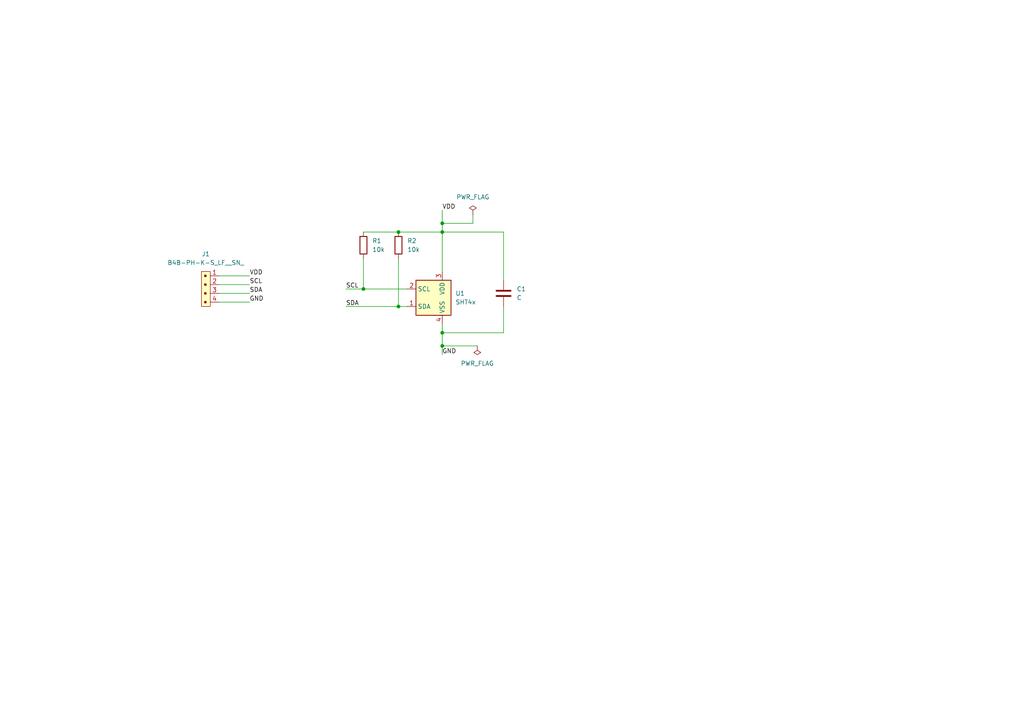
<source format=kicad_sch>
(kicad_sch
	(version 20231120)
	(generator "eeschema")
	(generator_version "8.0")
	(uuid "77dc5031-d615-4836-b2f6-0503ba399228")
	(paper "A4")
	(lib_symbols
		(symbol "Device:C"
			(pin_numbers hide)
			(pin_names
				(offset 0.254)
			)
			(exclude_from_sim no)
			(in_bom yes)
			(on_board yes)
			(property "Reference" "C"
				(at 0.635 2.54 0)
				(effects
					(font
						(size 1.27 1.27)
					)
					(justify left)
				)
			)
			(property "Value" "C"
				(at 0.635 -2.54 0)
				(effects
					(font
						(size 1.27 1.27)
					)
					(justify left)
				)
			)
			(property "Footprint" ""
				(at 0.9652 -3.81 0)
				(effects
					(font
						(size 1.27 1.27)
					)
					(hide yes)
				)
			)
			(property "Datasheet" "~"
				(at 0 0 0)
				(effects
					(font
						(size 1.27 1.27)
					)
					(hide yes)
				)
			)
			(property "Description" "Unpolarized capacitor"
				(at 0 0 0)
				(effects
					(font
						(size 1.27 1.27)
					)
					(hide yes)
				)
			)
			(property "ki_keywords" "cap capacitor"
				(at 0 0 0)
				(effects
					(font
						(size 1.27 1.27)
					)
					(hide yes)
				)
			)
			(property "ki_fp_filters" "C_*"
				(at 0 0 0)
				(effects
					(font
						(size 1.27 1.27)
					)
					(hide yes)
				)
			)
			(symbol "C_0_1"
				(polyline
					(pts
						(xy -2.032 -0.762) (xy 2.032 -0.762)
					)
					(stroke
						(width 0.508)
						(type default)
					)
					(fill
						(type none)
					)
				)
				(polyline
					(pts
						(xy -2.032 0.762) (xy 2.032 0.762)
					)
					(stroke
						(width 0.508)
						(type default)
					)
					(fill
						(type none)
					)
				)
			)
			(symbol "C_1_1"
				(pin passive line
					(at 0 3.81 270)
					(length 2.794)
					(name "~"
						(effects
							(font
								(size 1.27 1.27)
							)
						)
					)
					(number "1"
						(effects
							(font
								(size 1.27 1.27)
							)
						)
					)
				)
				(pin passive line
					(at 0 -3.81 90)
					(length 2.794)
					(name "~"
						(effects
							(font
								(size 1.27 1.27)
							)
						)
					)
					(number "2"
						(effects
							(font
								(size 1.27 1.27)
							)
						)
					)
				)
			)
		)
		(symbol "Device:R"
			(pin_numbers hide)
			(pin_names
				(offset 0)
			)
			(exclude_from_sim no)
			(in_bom yes)
			(on_board yes)
			(property "Reference" "R"
				(at 2.032 0 90)
				(effects
					(font
						(size 1.27 1.27)
					)
				)
			)
			(property "Value" "R"
				(at 0 0 90)
				(effects
					(font
						(size 1.27 1.27)
					)
				)
			)
			(property "Footprint" ""
				(at -1.778 0 90)
				(effects
					(font
						(size 1.27 1.27)
					)
					(hide yes)
				)
			)
			(property "Datasheet" "~"
				(at 0 0 0)
				(effects
					(font
						(size 1.27 1.27)
					)
					(hide yes)
				)
			)
			(property "Description" "Resistor"
				(at 0 0 0)
				(effects
					(font
						(size 1.27 1.27)
					)
					(hide yes)
				)
			)
			(property "ki_keywords" "R res resistor"
				(at 0 0 0)
				(effects
					(font
						(size 1.27 1.27)
					)
					(hide yes)
				)
			)
			(property "ki_fp_filters" "R_*"
				(at 0 0 0)
				(effects
					(font
						(size 1.27 1.27)
					)
					(hide yes)
				)
			)
			(symbol "R_0_1"
				(rectangle
					(start -1.016 -2.54)
					(end 1.016 2.54)
					(stroke
						(width 0.254)
						(type default)
					)
					(fill
						(type none)
					)
				)
			)
			(symbol "R_1_1"
				(pin passive line
					(at 0 3.81 270)
					(length 1.27)
					(name "~"
						(effects
							(font
								(size 1.27 1.27)
							)
						)
					)
					(number "1"
						(effects
							(font
								(size 1.27 1.27)
							)
						)
					)
				)
				(pin passive line
					(at 0 -3.81 90)
					(length 1.27)
					(name "~"
						(effects
							(font
								(size 1.27 1.27)
							)
						)
					)
					(number "2"
						(effects
							(font
								(size 1.27 1.27)
							)
						)
					)
				)
			)
		)
		(symbol "Sensor_Humidity:SHT4x"
			(exclude_from_sim no)
			(in_bom yes)
			(on_board yes)
			(property "Reference" "U"
				(at 0 8.89 0)
				(effects
					(font
						(size 1.27 1.27)
					)
					(justify right)
				)
			)
			(property "Value" "SHT4x"
				(at 0 6.35 0)
				(effects
					(font
						(size 1.27 1.27)
					)
					(justify right)
				)
			)
			(property "Footprint" "Sensor_Humidity:Sensirion_DFN-4_1.5x1.5mm_P0.8mm_SHT4x_NoCentralPad"
				(at 3.81 -6.35 0)
				(effects
					(font
						(size 1.27 1.27)
					)
					(justify left)
					(hide yes)
				)
			)
			(property "Datasheet" "https://sensirion.com/media/documents/33FD6951/624C4357/Datasheet_SHT4x.pdf"
				(at 3.81 -8.89 0)
				(effects
					(font
						(size 1.27 1.27)
					)
					(justify left)
					(hide yes)
				)
			)
			(property "Description" "Digital Humidity and Temperature Sensor, +/-1%RH, +/-0.1degC, I2C, 1.08-3.6V, 16bit, DFN-4"
				(at 0 0 0)
				(effects
					(font
						(size 1.27 1.27)
					)
					(hide yes)
				)
			)
			(property "ki_keywords" "Sensirion environment environmental measurement digital SHT40 SHT41 SHT45"
				(at 0 0 0)
				(effects
					(font
						(size 1.27 1.27)
					)
					(hide yes)
				)
			)
			(property "ki_fp_filters" "Sensirion?DFN*1.5x1.5mm*P0.8mm*SHT4x*"
				(at 0 0 0)
				(effects
					(font
						(size 1.27 1.27)
					)
					(hide yes)
				)
			)
			(symbol "SHT4x_1_1"
				(rectangle
					(start -5.08 5.08)
					(end 5.08 -5.08)
					(stroke
						(width 0.254)
						(type default)
					)
					(fill
						(type background)
					)
				)
				(pin bidirectional line
					(at -7.62 -2.54 0)
					(length 2.54)
					(name "SDA"
						(effects
							(font
								(size 1.27 1.27)
							)
						)
					)
					(number "1"
						(effects
							(font
								(size 1.27 1.27)
							)
						)
					)
				)
				(pin input line
					(at -7.62 2.54 0)
					(length 2.54)
					(name "SCL"
						(effects
							(font
								(size 1.27 1.27)
							)
						)
					)
					(number "2"
						(effects
							(font
								(size 1.27 1.27)
							)
						)
					)
				)
				(pin power_in line
					(at 2.54 7.62 270)
					(length 2.54)
					(name "VDD"
						(effects
							(font
								(size 1.27 1.27)
							)
						)
					)
					(number "3"
						(effects
							(font
								(size 1.27 1.27)
							)
						)
					)
				)
				(pin power_in line
					(at 2.54 -7.62 90)
					(length 2.54)
					(name "VSS"
						(effects
							(font
								(size 1.27 1.27)
							)
						)
					)
					(number "4"
						(effects
							(font
								(size 1.27 1.27)
							)
						)
					)
				)
			)
		)
		(symbol "dk_Rectangular-Connectors-Headers-Male-Pins:B4B-PH-K-S_LF__SN_"
			(pin_names
				(offset 1.016)
			)
			(exclude_from_sim no)
			(in_bom yes)
			(on_board yes)
			(property "Reference" "J"
				(at -2.54 -1.27 0)
				(effects
					(font
						(size 1.27 1.27)
					)
					(justify right)
				)
			)
			(property "Value" "B4B-PH-K-S_LF__SN_"
				(at 3.81 -3.81 0)
				(effects
					(font
						(size 1.27 1.27)
					)
				)
			)
			(property "Footprint" "digikey-footprints:PinHeader_1x4_P2mm_Drill1mm"
				(at 5.08 5.08 0)
				(effects
					(font
						(size 1.524 1.524)
					)
					(justify left)
					(hide yes)
				)
			)
			(property "Datasheet" "http://www.jst-mfg.com/product/pdf/eng/ePH.pdf"
				(at 5.08 7.62 0)
				(effects
					(font
						(size 1.524 1.524)
					)
					(justify left)
					(hide yes)
				)
			)
			(property "Description" "CONN HEADER VERT 4POS 2MM"
				(at 0 0 0)
				(effects
					(font
						(size 1.27 1.27)
					)
					(hide yes)
				)
			)
			(property "Digi-Key_PN" "455-1706-ND"
				(at 5.08 10.16 0)
				(effects
					(font
						(size 1.524 1.524)
					)
					(justify left)
					(hide yes)
				)
			)
			(property "MPN" "B4B-PH-K-S(LF)(SN)"
				(at 5.08 12.7 0)
				(effects
					(font
						(size 1.524 1.524)
					)
					(justify left)
					(hide yes)
				)
			)
			(property "Category" "Connectors, Interconnects"
				(at 5.08 15.24 0)
				(effects
					(font
						(size 1.524 1.524)
					)
					(justify left)
					(hide yes)
				)
			)
			(property "Family" "Rectangular Connectors - Headers, Male Pins"
				(at 5.08 17.78 0)
				(effects
					(font
						(size 1.524 1.524)
					)
					(justify left)
					(hide yes)
				)
			)
			(property "DK_Datasheet_Link" "http://www.jst-mfg.com/product/pdf/eng/ePH.pdf"
				(at 5.08 20.32 0)
				(effects
					(font
						(size 1.524 1.524)
					)
					(justify left)
					(hide yes)
				)
			)
			(property "DK_Detail_Page" "/product-detail/en/jst-sales-america-inc/B4B-PH-K-S(LF)(SN)/455-1706-ND/926613"
				(at 5.08 22.86 0)
				(effects
					(font
						(size 1.524 1.524)
					)
					(justify left)
					(hide yes)
				)
			)
			(property "Description_1" "CONN HEADER VERT 4POS 2MM"
				(at 5.08 25.4 0)
				(effects
					(font
						(size 1.524 1.524)
					)
					(justify left)
					(hide yes)
				)
			)
			(property "Manufacturer" "JST Sales America Inc."
				(at 5.08 27.94 0)
				(effects
					(font
						(size 1.524 1.524)
					)
					(justify left)
					(hide yes)
				)
			)
			(property "Status" "Active"
				(at 5.08 30.48 0)
				(effects
					(font
						(size 1.524 1.524)
					)
					(justify left)
					(hide yes)
				)
			)
			(property "ki_keywords" "455-1706-ND PH"
				(at 0 0 0)
				(effects
					(font
						(size 1.27 1.27)
					)
					(hide yes)
				)
			)
			(symbol "B4B-PH-K-S_LF__SN__1_1"
				(rectangle
					(start -1.27 0)
					(end 8.89 -2.54)
					(stroke
						(width 0)
						(type solid)
					)
					(fill
						(type background)
					)
				)
				(rectangle
					(start -0.254 -1.143)
					(end 0.254 -1.651)
					(stroke
						(width 0)
						(type solid)
					)
					(fill
						(type outline)
					)
				)
				(rectangle
					(start 2.286 -1.143)
					(end 2.794 -1.651)
					(stroke
						(width 0)
						(type solid)
					)
					(fill
						(type outline)
					)
				)
				(rectangle
					(start 4.826 -1.143)
					(end 5.334 -1.651)
					(stroke
						(width 0)
						(type solid)
					)
					(fill
						(type outline)
					)
				)
				(rectangle
					(start 7.366 -1.143)
					(end 7.874 -1.651)
					(stroke
						(width 0)
						(type solid)
					)
					(fill
						(type outline)
					)
				)
				(pin passive line
					(at 0 2.54 270)
					(length 2.54)
					(name "~"
						(effects
							(font
								(size 1.27 1.27)
							)
						)
					)
					(number "1"
						(effects
							(font
								(size 1.27 1.27)
							)
						)
					)
				)
				(pin passive line
					(at 2.54 2.54 270)
					(length 2.54)
					(name "~"
						(effects
							(font
								(size 1.27 1.27)
							)
						)
					)
					(number "2"
						(effects
							(font
								(size 1.27 1.27)
							)
						)
					)
				)
				(pin passive line
					(at 5.08 2.54 270)
					(length 2.54)
					(name "~"
						(effects
							(font
								(size 1.27 1.27)
							)
						)
					)
					(number "3"
						(effects
							(font
								(size 1.27 1.27)
							)
						)
					)
				)
				(pin passive line
					(at 7.62 2.54 270)
					(length 2.54)
					(name "~"
						(effects
							(font
								(size 1.27 1.27)
							)
						)
					)
					(number "4"
						(effects
							(font
								(size 1.27 1.27)
							)
						)
					)
				)
			)
		)
		(symbol "power:PWR_FLAG"
			(power)
			(pin_numbers hide)
			(pin_names
				(offset 0) hide)
			(exclude_from_sim no)
			(in_bom yes)
			(on_board yes)
			(property "Reference" "#FLG"
				(at 0 1.905 0)
				(effects
					(font
						(size 1.27 1.27)
					)
					(hide yes)
				)
			)
			(property "Value" "PWR_FLAG"
				(at 0 3.81 0)
				(effects
					(font
						(size 1.27 1.27)
					)
				)
			)
			(property "Footprint" ""
				(at 0 0 0)
				(effects
					(font
						(size 1.27 1.27)
					)
					(hide yes)
				)
			)
			(property "Datasheet" "~"
				(at 0 0 0)
				(effects
					(font
						(size 1.27 1.27)
					)
					(hide yes)
				)
			)
			(property "Description" "Special symbol for telling ERC where power comes from"
				(at 0 0 0)
				(effects
					(font
						(size 1.27 1.27)
					)
					(hide yes)
				)
			)
			(property "ki_keywords" "flag power"
				(at 0 0 0)
				(effects
					(font
						(size 1.27 1.27)
					)
					(hide yes)
				)
			)
			(symbol "PWR_FLAG_0_0"
				(pin power_out line
					(at 0 0 90)
					(length 0)
					(name "~"
						(effects
							(font
								(size 1.27 1.27)
							)
						)
					)
					(number "1"
						(effects
							(font
								(size 1.27 1.27)
							)
						)
					)
				)
			)
			(symbol "PWR_FLAG_0_1"
				(polyline
					(pts
						(xy 0 0) (xy 0 1.27) (xy -1.016 1.905) (xy 0 2.54) (xy 1.016 1.905) (xy 0 1.27)
					)
					(stroke
						(width 0)
						(type default)
					)
					(fill
						(type none)
					)
				)
			)
		)
	)
	(junction
		(at 128.27 100.33)
		(diameter 0)
		(color 0 0 0 0)
		(uuid "015a44f7-3b11-4644-b468-fdb64370abed")
	)
	(junction
		(at 128.27 96.52)
		(diameter 0)
		(color 0 0 0 0)
		(uuid "030aeb2e-42a8-4daa-8e1b-04376a730443")
	)
	(junction
		(at 128.27 67.31)
		(diameter 0)
		(color 0 0 0 0)
		(uuid "830b3746-7a07-464e-b088-3c396d9e51ba")
	)
	(junction
		(at 105.41 83.82)
		(diameter 0)
		(color 0 0 0 0)
		(uuid "98e6c0a1-9eb5-4d78-a2cc-3d1e0e074158")
	)
	(junction
		(at 128.27 64.77)
		(diameter 0)
		(color 0 0 0 0)
		(uuid "c40aa3ca-a21e-4c27-a35a-992db4149101")
	)
	(junction
		(at 115.57 67.31)
		(diameter 0)
		(color 0 0 0 0)
		(uuid "d5b8e1b1-ecf7-4552-bbd9-8a71dbe408bc")
	)
	(junction
		(at 115.57 88.9)
		(diameter 0)
		(color 0 0 0 0)
		(uuid "e449cd10-0078-48f9-95db-e4b098803580")
	)
	(wire
		(pts
			(xy 137.16 62.23) (xy 137.16 64.77)
		)
		(stroke
			(width 0)
			(type default)
		)
		(uuid "08562f46-0554-4fc0-9f31-324823883e90")
	)
	(wire
		(pts
			(xy 105.41 83.82) (xy 118.11 83.82)
		)
		(stroke
			(width 0)
			(type default)
		)
		(uuid "0da4531c-4c1f-4f00-b2cc-338c391ec752")
	)
	(wire
		(pts
			(xy 137.16 64.77) (xy 128.27 64.77)
		)
		(stroke
			(width 0)
			(type default)
		)
		(uuid "15c5f465-5ce2-4dff-b7ec-2e2ebd2e47e7")
	)
	(wire
		(pts
			(xy 63.5 85.09) (xy 72.39 85.09)
		)
		(stroke
			(width 0)
			(type default)
		)
		(uuid "1a33e501-6690-4737-a251-93a284f050c0")
	)
	(wire
		(pts
			(xy 146.05 67.31) (xy 128.27 67.31)
		)
		(stroke
			(width 0)
			(type default)
		)
		(uuid "223dd6e4-4e14-4587-b30c-4ca26511fdd6")
	)
	(wire
		(pts
			(xy 128.27 100.33) (xy 138.43 100.33)
		)
		(stroke
			(width 0)
			(type default)
		)
		(uuid "3c1b3bcb-d46d-4633-b2bd-c4f758a86c8e")
	)
	(wire
		(pts
			(xy 115.57 67.31) (xy 128.27 67.31)
		)
		(stroke
			(width 0)
			(type default)
		)
		(uuid "4910dbfc-f25f-4b3e-a194-ebc37e36db0d")
	)
	(wire
		(pts
			(xy 128.27 64.77) (xy 128.27 67.31)
		)
		(stroke
			(width 0)
			(type default)
		)
		(uuid "539c9791-8724-45db-9930-6eafe2c42261")
	)
	(wire
		(pts
			(xy 146.05 81.28) (xy 146.05 67.31)
		)
		(stroke
			(width 0)
			(type default)
		)
		(uuid "62fb1d33-68a7-4d72-9cfc-2b0fed0ee022")
	)
	(wire
		(pts
			(xy 128.27 100.33) (xy 128.27 102.87)
		)
		(stroke
			(width 0)
			(type default)
		)
		(uuid "6351dd3f-480a-45a6-9692-2d259f392b18")
	)
	(wire
		(pts
			(xy 63.5 87.63) (xy 72.39 87.63)
		)
		(stroke
			(width 0)
			(type default)
		)
		(uuid "7efbe352-1cf1-4e3d-b180-e3d98516c643")
	)
	(wire
		(pts
			(xy 115.57 74.93) (xy 115.57 88.9)
		)
		(stroke
			(width 0)
			(type default)
		)
		(uuid "7fc90a9d-ef44-4aa0-b2a9-93f6c931cffb")
	)
	(wire
		(pts
			(xy 105.41 74.93) (xy 105.41 83.82)
		)
		(stroke
			(width 0)
			(type default)
		)
		(uuid "893709cc-5afa-4643-88d5-73c3198d0dcc")
	)
	(wire
		(pts
			(xy 105.41 67.31) (xy 115.57 67.31)
		)
		(stroke
			(width 0)
			(type default)
		)
		(uuid "8b42c84a-74fd-4b1e-a3ba-1a8b7716a6fc")
	)
	(wire
		(pts
			(xy 146.05 88.9) (xy 146.05 96.52)
		)
		(stroke
			(width 0)
			(type default)
		)
		(uuid "91bb3022-87ac-424a-81e8-e4e7e8f7cd44")
	)
	(wire
		(pts
			(xy 63.5 80.01) (xy 72.39 80.01)
		)
		(stroke
			(width 0)
			(type default)
		)
		(uuid "92dc8fb3-7e60-44bb-8dd4-154dbf912efd")
	)
	(wire
		(pts
			(xy 100.33 83.82) (xy 105.41 83.82)
		)
		(stroke
			(width 0)
			(type default)
		)
		(uuid "a4c2ffb8-7c5f-4a10-a283-701f6769935d")
	)
	(wire
		(pts
			(xy 128.27 96.52) (xy 128.27 100.33)
		)
		(stroke
			(width 0)
			(type default)
		)
		(uuid "acd16cf2-d37b-444c-98e3-2d1347d0ddfd")
	)
	(wire
		(pts
			(xy 128.27 67.31) (xy 128.27 78.74)
		)
		(stroke
			(width 0)
			(type default)
		)
		(uuid "ae0f90e2-0c08-4f29-9853-a4d4eafbed0d")
	)
	(wire
		(pts
			(xy 128.27 93.98) (xy 128.27 96.52)
		)
		(stroke
			(width 0)
			(type default)
		)
		(uuid "b5e9c88c-6712-4407-a7a4-78234706382b")
	)
	(wire
		(pts
			(xy 128.27 60.96) (xy 128.27 64.77)
		)
		(stroke
			(width 0)
			(type default)
		)
		(uuid "b6d3574d-f718-4864-88df-a6acb93682f2")
	)
	(wire
		(pts
			(xy 100.33 88.9) (xy 115.57 88.9)
		)
		(stroke
			(width 0)
			(type default)
		)
		(uuid "b8d61d12-ce0f-4cc9-9f06-e39b7f3d9fab")
	)
	(wire
		(pts
			(xy 63.5 82.55) (xy 72.39 82.55)
		)
		(stroke
			(width 0)
			(type default)
		)
		(uuid "cd0a302f-b280-4cb6-b103-80f4d7ce43b2")
	)
	(wire
		(pts
			(xy 146.05 96.52) (xy 128.27 96.52)
		)
		(stroke
			(width 0)
			(type default)
		)
		(uuid "e7d15599-92d3-4b2d-8d37-39e0997fa9e3")
	)
	(wire
		(pts
			(xy 115.57 88.9) (xy 118.11 88.9)
		)
		(stroke
			(width 0)
			(type default)
		)
		(uuid "fb7d5d69-c979-4308-8338-a4c003127d7a")
	)
	(label "GND"
		(at 72.39 87.63 0)
		(fields_autoplaced yes)
		(effects
			(font
				(size 1.27 1.27)
			)
			(justify left bottom)
		)
		(uuid "0bf25a52-b050-46f5-880a-e74738268e5c")
	)
	(label "SDA"
		(at 100.33 88.9 0)
		(fields_autoplaced yes)
		(effects
			(font
				(size 1.27 1.27)
			)
			(justify left bottom)
		)
		(uuid "3c00a884-c235-4731-8565-6666c504a07c")
	)
	(label "SCL"
		(at 72.39 82.55 0)
		(fields_autoplaced yes)
		(effects
			(font
				(size 1.27 1.27)
			)
			(justify left bottom)
		)
		(uuid "6e167b1a-9663-4de7-bfdc-e2bcb0996707")
	)
	(label "VDD"
		(at 72.39 80.01 0)
		(fields_autoplaced yes)
		(effects
			(font
				(size 1.27 1.27)
			)
			(justify left bottom)
		)
		(uuid "6f1fbe8c-102e-4d3f-b050-6baafa5166fc")
	)
	(label "VDD"
		(at 128.27 60.96 0)
		(fields_autoplaced yes)
		(effects
			(font
				(size 1.27 1.27)
			)
			(justify left bottom)
		)
		(uuid "94e1c022-4b97-47e1-8d47-51e508134af4")
	)
	(label "GND"
		(at 128.27 102.87 0)
		(fields_autoplaced yes)
		(effects
			(font
				(size 1.27 1.27)
			)
			(justify left bottom)
		)
		(uuid "aeed3e99-36e1-4daa-8e3c-abc01320d9c6")
	)
	(label "SCL"
		(at 100.33 83.82 0)
		(fields_autoplaced yes)
		(effects
			(font
				(size 1.27 1.27)
			)
			(justify left bottom)
		)
		(uuid "b0fb5c6e-9719-4971-a0fe-c851823a38a3")
	)
	(label "SDA"
		(at 72.39 85.09 0)
		(fields_autoplaced yes)
		(effects
			(font
				(size 1.27 1.27)
			)
			(justify left bottom)
		)
		(uuid "bfdfd5e3-4901-4498-902d-bd340e3de2a7")
	)
	(symbol
		(lib_id "Device:R")
		(at 115.57 71.12 0)
		(unit 1)
		(exclude_from_sim no)
		(in_bom yes)
		(on_board yes)
		(dnp no)
		(fields_autoplaced yes)
		(uuid "1ba1f233-3af3-42ef-af86-64d20df7f76b")
		(property "Reference" "R2"
			(at 118.11 69.8499 0)
			(effects
				(font
					(size 1.27 1.27)
				)
				(justify left)
			)
		)
		(property "Value" "10k"
			(at 118.11 72.3899 0)
			(effects
				(font
					(size 1.27 1.27)
				)
				(justify left)
			)
		)
		(property "Footprint" "Resistor_SMD:R_0201_0603Metric"
			(at 113.792 71.12 90)
			(effects
				(font
					(size 1.27 1.27)
				)
				(hide yes)
			)
		)
		(property "Datasheet" "~"
			(at 115.57 71.12 0)
			(effects
				(font
					(size 1.27 1.27)
				)
				(hide yes)
			)
		)
		(property "Description" "Resistor"
			(at 115.57 71.12 0)
			(effects
				(font
					(size 1.27 1.27)
				)
				(hide yes)
			)
		)
		(pin "1"
			(uuid "8f515ca1-161f-4d57-929a-e907adbdfb3b")
		)
		(pin "2"
			(uuid "bb9fd928-4246-401e-9fea-0ea8dc437e4b")
		)
		(instances
			(project "TheMoon"
				(path "/77dc5031-d615-4836-b2f6-0503ba399228"
					(reference "R2")
					(unit 1)
				)
			)
		)
	)
	(symbol
		(lib_id "dk_Rectangular-Connectors-Headers-Male-Pins:B4B-PH-K-S_LF__SN_")
		(at 60.96 80.01 270)
		(unit 1)
		(exclude_from_sim no)
		(in_bom yes)
		(on_board yes)
		(dnp no)
		(fields_autoplaced yes)
		(uuid "1ed67390-e811-49fe-b395-d526c238e46e")
		(property "Reference" "J1"
			(at 59.69 73.66 90)
			(effects
				(font
					(size 1.27 1.27)
				)
			)
		)
		(property "Value" "B4B-PH-K-S_LF__SN_"
			(at 59.69 76.2 90)
			(effects
				(font
					(size 1.27 1.27)
				)
			)
		)
		(property "Footprint" "Connector_JST:JST_PH_B4B-PH-K_1x04_P2.00mm_Vertical"
			(at 66.04 85.09 0)
			(effects
				(font
					(size 1.524 1.524)
				)
				(justify left)
				(hide yes)
			)
		)
		(property "Datasheet" "http://www.jst-mfg.com/product/pdf/eng/ePH.pdf"
			(at 68.58 85.09 0)
			(effects
				(font
					(size 1.524 1.524)
				)
				(justify left)
				(hide yes)
			)
		)
		(property "Description" "CONN HEADER VERT 4POS 2MM"
			(at 60.96 80.01 0)
			(effects
				(font
					(size 1.27 1.27)
				)
				(hide yes)
			)
		)
		(property "Digi-Key_PN" "455-1706-ND"
			(at 71.12 85.09 0)
			(effects
				(font
					(size 1.524 1.524)
				)
				(justify left)
				(hide yes)
			)
		)
		(property "MPN" "B4B-PH-K-S(LF)(SN)"
			(at 73.66 85.09 0)
			(effects
				(font
					(size 1.524 1.524)
				)
				(justify left)
				(hide yes)
			)
		)
		(property "Category" "Connectors, Interconnects"
			(at 76.2 85.09 0)
			(effects
				(font
					(size 1.524 1.524)
				)
				(justify left)
				(hide yes)
			)
		)
		(property "Family" "Rectangular Connectors - Headers, Male Pins"
			(at 78.74 85.09 0)
			(effects
				(font
					(size 1.524 1.524)
				)
				(justify left)
				(hide yes)
			)
		)
		(property "DK_Datasheet_Link" "http://www.jst-mfg.com/product/pdf/eng/ePH.pdf"
			(at 81.28 85.09 0)
			(effects
				(font
					(size 1.524 1.524)
				)
				(justify left)
				(hide yes)
			)
		)
		(property "DK_Detail_Page" "/product-detail/en/jst-sales-america-inc/B4B-PH-K-S(LF)(SN)/455-1706-ND/926613"
			(at 83.82 85.09 0)
			(effects
				(font
					(size 1.524 1.524)
				)
				(justify left)
				(hide yes)
			)
		)
		(property "Description_1" "CONN HEADER VERT 4POS 2MM"
			(at 86.36 85.09 0)
			(effects
				(font
					(size 1.524 1.524)
				)
				(justify left)
				(hide yes)
			)
		)
		(property "Manufacturer" "JST Sales America Inc."
			(at 88.9 85.09 0)
			(effects
				(font
					(size 1.524 1.524)
				)
				(justify left)
				(hide yes)
			)
		)
		(property "Status" "Active"
			(at 91.44 85.09 0)
			(effects
				(font
					(size 1.524 1.524)
				)
				(justify left)
				(hide yes)
			)
		)
		(pin "1"
			(uuid "a046f73c-d669-4eb7-a1f5-a7768bce8c6d")
		)
		(pin "4"
			(uuid "6c3c8e5b-ad8d-41d2-8771-b6683eb399ba")
		)
		(pin "2"
			(uuid "5bdc501f-0a9c-424a-a3bf-4c76091954f1")
		)
		(pin "3"
			(uuid "a1bd1772-86c7-4c2f-8851-7b05b7b41543")
		)
		(instances
			(project ""
				(path "/77dc5031-d615-4836-b2f6-0503ba399228"
					(reference "J1")
					(unit 1)
				)
			)
		)
	)
	(symbol
		(lib_id "Device:C")
		(at 146.05 85.09 0)
		(unit 1)
		(exclude_from_sim no)
		(in_bom yes)
		(on_board yes)
		(dnp no)
		(fields_autoplaced yes)
		(uuid "30dafb14-2e6c-446d-863b-cec0dc86ca1b")
		(property "Reference" "C1"
			(at 149.86 83.8199 0)
			(effects
				(font
					(size 1.27 1.27)
				)
				(justify left)
			)
		)
		(property "Value" "C"
			(at 149.86 86.3599 0)
			(effects
				(font
					(size 1.27 1.27)
				)
				(justify left)
			)
		)
		(property "Footprint" "Capacitor_Tantalum_SMD:CP_EIA-1608-10_AVX-L"
			(at 147.0152 88.9 0)
			(effects
				(font
					(size 1.27 1.27)
				)
				(hide yes)
			)
		)
		(property "Datasheet" "~"
			(at 146.05 85.09 0)
			(effects
				(font
					(size 1.27 1.27)
				)
				(hide yes)
			)
		)
		(property "Description" "Unpolarized capacitor"
			(at 146.05 85.09 0)
			(effects
				(font
					(size 1.27 1.27)
				)
				(hide yes)
			)
		)
		(pin "1"
			(uuid "2906edfa-3316-4f1c-ba03-811dd1e43e39")
		)
		(pin "2"
			(uuid "b96582a8-ff23-453c-a2c5-04dbaf6f5165")
		)
		(instances
			(project ""
				(path "/77dc5031-d615-4836-b2f6-0503ba399228"
					(reference "C1")
					(unit 1)
				)
			)
		)
	)
	(symbol
		(lib_id "Sensor_Humidity:SHT4x")
		(at 125.73 86.36 0)
		(unit 1)
		(exclude_from_sim no)
		(in_bom yes)
		(on_board yes)
		(dnp no)
		(fields_autoplaced yes)
		(uuid "597ae700-3a11-43b4-af0f-19c324e06170")
		(property "Reference" "U1"
			(at 132.08 85.0899 0)
			(effects
				(font
					(size 1.27 1.27)
				)
				(justify left)
			)
		)
		(property "Value" "SHT4x"
			(at 132.08 87.6299 0)
			(effects
				(font
					(size 1.27 1.27)
				)
				(justify left)
			)
		)
		(property "Footprint" "Sensor_Humidity:Sensirion_DFN-4_1.5x1.5mm_P0.8mm_SHT4x_NoCentralPad"
			(at 129.54 92.71 0)
			(effects
				(font
					(size 1.27 1.27)
				)
				(justify left)
				(hide yes)
			)
		)
		(property "Datasheet" "https://sensirion.com/media/documents/33FD6951/624C4357/Datasheet_SHT4x.pdf"
			(at 129.54 95.25 0)
			(effects
				(font
					(size 1.27 1.27)
				)
				(justify left)
				(hide yes)
			)
		)
		(property "Description" "Digital Humidity and Temperature Sensor, +/-1%RH, +/-0.1degC, I2C, 1.08-3.6V, 16bit, DFN-4"
			(at 125.73 86.36 0)
			(effects
				(font
					(size 1.27 1.27)
				)
				(hide yes)
			)
		)
		(pin "3"
			(uuid "4267f5f0-29a3-46f9-9ef3-4e3e9ce3d7f5")
		)
		(pin "2"
			(uuid "ce87ee5e-de8f-4dc1-a215-9df75d195dfa")
		)
		(pin "4"
			(uuid "a8bf28a3-6ae7-4e46-af4f-6e3619f31c74")
		)
		(pin "1"
			(uuid "2bbe8da0-8405-4b16-a951-fe9c16eed2f1")
		)
		(instances
			(project ""
				(path "/77dc5031-d615-4836-b2f6-0503ba399228"
					(reference "U1")
					(unit 1)
				)
			)
		)
	)
	(symbol
		(lib_id "power:PWR_FLAG")
		(at 137.16 62.23 0)
		(unit 1)
		(exclude_from_sim no)
		(in_bom yes)
		(on_board yes)
		(dnp no)
		(fields_autoplaced yes)
		(uuid "5b931fc6-f057-46d4-9fd0-53c5d1dc1af2")
		(property "Reference" "#FLG01"
			(at 137.16 60.325 0)
			(effects
				(font
					(size 1.27 1.27)
				)
				(hide yes)
			)
		)
		(property "Value" "PWR_FLAG"
			(at 137.16 57.15 0)
			(effects
				(font
					(size 1.27 1.27)
				)
			)
		)
		(property "Footprint" ""
			(at 137.16 62.23 0)
			(effects
				(font
					(size 1.27 1.27)
				)
				(hide yes)
			)
		)
		(property "Datasheet" "~"
			(at 137.16 62.23 0)
			(effects
				(font
					(size 1.27 1.27)
				)
				(hide yes)
			)
		)
		(property "Description" "Special symbol for telling ERC where power comes from"
			(at 137.16 62.23 0)
			(effects
				(font
					(size 1.27 1.27)
				)
				(hide yes)
			)
		)
		(pin "1"
			(uuid "a124cb90-813c-4851-a432-4aaaba41876f")
		)
		(instances
			(project ""
				(path "/77dc5031-d615-4836-b2f6-0503ba399228"
					(reference "#FLG01")
					(unit 1)
				)
			)
		)
	)
	(symbol
		(lib_id "power:PWR_FLAG")
		(at 138.43 100.33 180)
		(unit 1)
		(exclude_from_sim no)
		(in_bom yes)
		(on_board yes)
		(dnp no)
		(fields_autoplaced yes)
		(uuid "5f6da395-8146-4f3f-909a-6480d36a516c")
		(property "Reference" "#FLG02"
			(at 138.43 102.235 0)
			(effects
				(font
					(size 1.27 1.27)
				)
				(hide yes)
			)
		)
		(property "Value" "PWR_FLAG"
			(at 138.43 105.41 0)
			(effects
				(font
					(size 1.27 1.27)
				)
			)
		)
		(property "Footprint" ""
			(at 138.43 100.33 0)
			(effects
				(font
					(size 1.27 1.27)
				)
				(hide yes)
			)
		)
		(property "Datasheet" "~"
			(at 138.43 100.33 0)
			(effects
				(font
					(size 1.27 1.27)
				)
				(hide yes)
			)
		)
		(property "Description" "Special symbol for telling ERC where power comes from"
			(at 138.43 100.33 0)
			(effects
				(font
					(size 1.27 1.27)
				)
				(hide yes)
			)
		)
		(pin "1"
			(uuid "f6d03665-2ca2-446d-a2a6-1f59eb995ecf")
		)
		(instances
			(project "TheMoon"
				(path "/77dc5031-d615-4836-b2f6-0503ba399228"
					(reference "#FLG02")
					(unit 1)
				)
			)
		)
	)
	(symbol
		(lib_id "Device:R")
		(at 105.41 71.12 0)
		(unit 1)
		(exclude_from_sim no)
		(in_bom yes)
		(on_board yes)
		(dnp no)
		(fields_autoplaced yes)
		(uuid "d2c003f7-c5d6-4032-a6d7-befbd6eaf780")
		(property "Reference" "R1"
			(at 107.95 69.8499 0)
			(effects
				(font
					(size 1.27 1.27)
				)
				(justify left)
			)
		)
		(property "Value" "10k"
			(at 107.95 72.3899 0)
			(effects
				(font
					(size 1.27 1.27)
				)
				(justify left)
			)
		)
		(property "Footprint" "Resistor_SMD:R_0201_0603Metric"
			(at 103.632 71.12 90)
			(effects
				(font
					(size 1.27 1.27)
				)
				(hide yes)
			)
		)
		(property "Datasheet" "~"
			(at 105.41 71.12 0)
			(effects
				(font
					(size 1.27 1.27)
				)
				(hide yes)
			)
		)
		(property "Description" "Resistor"
			(at 105.41 71.12 0)
			(effects
				(font
					(size 1.27 1.27)
				)
				(hide yes)
			)
		)
		(pin "1"
			(uuid "60bba535-ba36-4628-8135-662dd536509d")
		)
		(pin "2"
			(uuid "3c97a3e9-7319-4e7b-90d9-d8b01b3d50a9")
		)
		(instances
			(project ""
				(path "/77dc5031-d615-4836-b2f6-0503ba399228"
					(reference "R1")
					(unit 1)
				)
			)
		)
	)
	(sheet_instances
		(path "/"
			(page "1")
		)
	)
)

</source>
